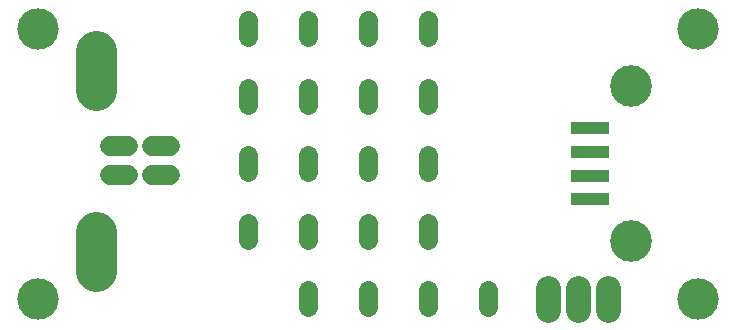
<source format=gts>
G75*
%MOIN*%
%OFA0B0*%
%FSLAX24Y24*%
%IPPOS*%
%LPD*%
%AMOC8*
5,1,8,0,0,1.08239X$1,22.5*
%
%ADD10C,0.0680*%
%ADD11C,0.1380*%
%ADD12C,0.1390*%
%ADD13R,0.1261X0.0434*%
%ADD14C,0.1380*%
%ADD15C,0.0820*%
%ADD16C,0.0640*%
D10*
X004461Y005618D02*
X005061Y005618D01*
X005841Y005618D02*
X006441Y005618D01*
X006441Y006602D02*
X005841Y006602D01*
X005053Y006610D02*
X004453Y006610D01*
D11*
X003991Y008480D02*
X003991Y009780D01*
X003991Y003740D02*
X003991Y002440D01*
D12*
X021811Y003425D03*
X021811Y008595D03*
D13*
X020453Y007191D03*
X020453Y006404D03*
X020453Y005616D03*
X020453Y004829D03*
D14*
X002061Y001510D03*
X002061Y010510D03*
X024061Y010510D03*
X024061Y001510D03*
D15*
X021061Y001880D02*
X021061Y001140D01*
X020061Y001140D02*
X020061Y001880D01*
X019061Y001880D02*
X019061Y001140D01*
D16*
X017061Y001230D02*
X017061Y001790D01*
X015061Y001790D02*
X015061Y001230D01*
X013061Y001230D02*
X013061Y001790D01*
X011061Y001790D02*
X011061Y001230D01*
X011061Y003480D02*
X011061Y004040D01*
X009061Y004040D02*
X009061Y003480D01*
X013061Y003480D02*
X013061Y004040D01*
X015061Y004040D02*
X015061Y003480D01*
X015061Y005730D02*
X015061Y006290D01*
X013061Y006290D02*
X013061Y005730D01*
X011061Y005730D02*
X011061Y006290D01*
X009061Y006290D02*
X009061Y005730D01*
X009061Y007980D02*
X009061Y008540D01*
X011061Y008540D02*
X011061Y007980D01*
X013061Y007980D02*
X013061Y008540D01*
X015061Y008540D02*
X015061Y007980D01*
X015061Y010230D02*
X015061Y010790D01*
X013061Y010790D02*
X013061Y010230D01*
X011061Y010230D02*
X011061Y010790D01*
X009061Y010790D02*
X009061Y010230D01*
M02*

</source>
